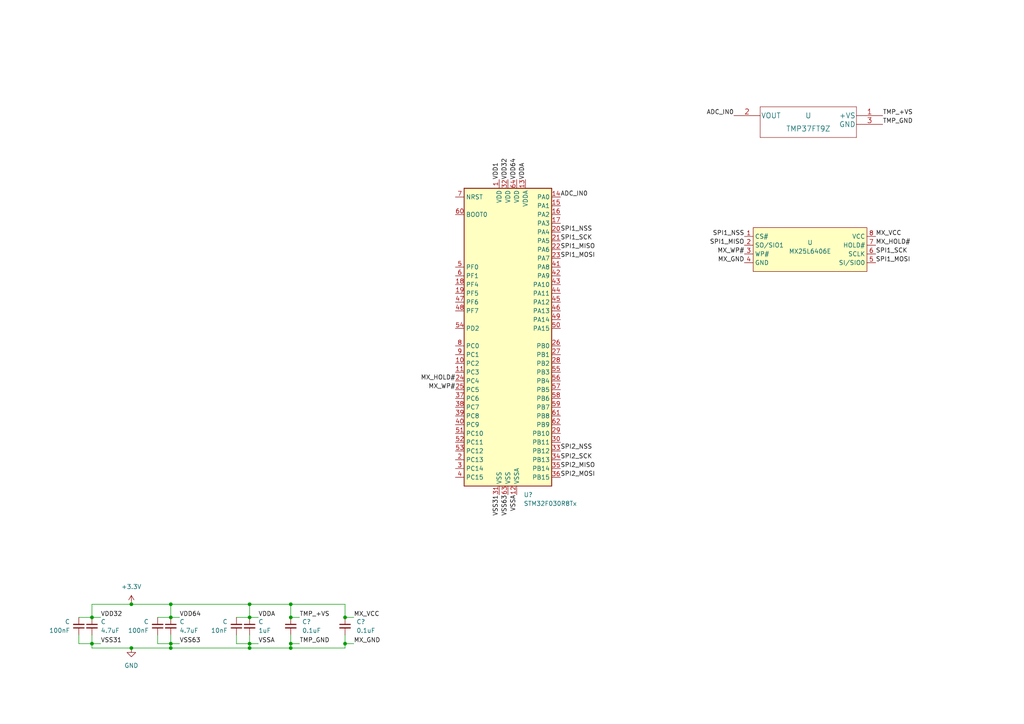
<source format=kicad_sch>
(kicad_sch (version 20211123) (generator eeschema)

  (uuid 653175d5-f3b0-46f9-b24e-7ea81c293dcf)

  (paper "A4")

  (lib_symbols
    (symbol "Custom:MX25L6406E" (in_bom yes) (on_board yes)
      (property "Reference" "U" (id 0) (at 0 1.27 0)
        (effects (font (size 1.27 1.27)))
      )
      (property "Value" "MX25L6406E" (id 1) (at 0 -1.27 0)
        (effects (font (size 1.27 1.27)))
      )
      (property "Footprint" "" (id 2) (at 0 1.27 0)
        (effects (font (size 1.27 1.27)) hide)
      )
      (property "Datasheet" "" (id 3) (at 0 1.27 0)
        (effects (font (size 1.27 1.27)) hide)
      )
      (symbol "MX25L6406E_0_1"
        (rectangle (start -16.51 5.08) (end 16.51 -7.62)
          (stroke (width 0) (type default) (color 0 0 0 0))
          (fill (type background))
        )
      )
      (symbol "MX25L6406E_1_1"
        (pin input line (at -19.05 2.54 0) (length 2.54)
          (name "CS#" (effects (font (size 1.27 1.27))))
          (number "1" (effects (font (size 1.27 1.27))))
        )
        (pin input line (at -19.05 0 0) (length 2.54)
          (name "SO/SIO1" (effects (font (size 1.27 1.27))))
          (number "2" (effects (font (size 1.27 1.27))))
        )
        (pin input line (at -19.05 -2.54 0) (length 2.54)
          (name "WP#" (effects (font (size 1.27 1.27))))
          (number "3" (effects (font (size 1.27 1.27))))
        )
        (pin input line (at -19.05 -5.08 0) (length 2.54)
          (name "GND" (effects (font (size 1.27 1.27))))
          (number "4" (effects (font (size 1.27 1.27))))
        )
        (pin input line (at 19.05 -5.08 180) (length 2.54)
          (name "SI/SIO0" (effects (font (size 1.27 1.27))))
          (number "5" (effects (font (size 1.27 1.27))))
        )
        (pin input line (at 19.05 -2.54 180) (length 2.54)
          (name "SCLK" (effects (font (size 1.27 1.27))))
          (number "6" (effects (font (size 1.27 1.27))))
        )
        (pin input line (at 19.05 0 180) (length 2.54)
          (name "HOLD#" (effects (font (size 1.27 1.27))))
          (number "7" (effects (font (size 1.27 1.27))))
        )
        (pin input line (at 19.05 2.54 180) (length 2.54)
          (name "VCC" (effects (font (size 1.27 1.27))))
          (number "8" (effects (font (size 1.27 1.27))))
        )
      )
    )
    (symbol "Device:C_Small" (pin_numbers hide) (pin_names (offset 0.254) hide) (in_bom yes) (on_board yes)
      (property "Reference" "C" (id 0) (at 0.254 1.778 0)
        (effects (font (size 1.27 1.27)) (justify left))
      )
      (property "Value" "C_Small" (id 1) (at 0.254 -2.032 0)
        (effects (font (size 1.27 1.27)) (justify left))
      )
      (property "Footprint" "" (id 2) (at 0 0 0)
        (effects (font (size 1.27 1.27)) hide)
      )
      (property "Datasheet" "~" (id 3) (at 0 0 0)
        (effects (font (size 1.27 1.27)) hide)
      )
      (property "ki_keywords" "capacitor cap" (id 4) (at 0 0 0)
        (effects (font (size 1.27 1.27)) hide)
      )
      (property "ki_description" "Unpolarized capacitor, small symbol" (id 5) (at 0 0 0)
        (effects (font (size 1.27 1.27)) hide)
      )
      (property "ki_fp_filters" "C_*" (id 6) (at 0 0 0)
        (effects (font (size 1.27 1.27)) hide)
      )
      (symbol "C_Small_0_1"
        (polyline
          (pts
            (xy -1.524 -0.508)
            (xy 1.524 -0.508)
          )
          (stroke (width 0.3302) (type default) (color 0 0 0 0))
          (fill (type none))
        )
        (polyline
          (pts
            (xy -1.524 0.508)
            (xy 1.524 0.508)
          )
          (stroke (width 0.3048) (type default) (color 0 0 0 0))
          (fill (type none))
        )
      )
      (symbol "C_Small_1_1"
        (pin passive line (at 0 2.54 270) (length 2.032)
          (name "~" (effects (font (size 1.27 1.27))))
          (number "1" (effects (font (size 1.27 1.27))))
        )
        (pin passive line (at 0 -2.54 90) (length 2.032)
          (name "~" (effects (font (size 1.27 1.27))))
          (number "2" (effects (font (size 1.27 1.27))))
        )
      )
    )
    (symbol "MCU_ST_STM32F0:STM32F030R8Tx" (in_bom yes) (on_board yes)
      (property "Reference" "U" (id 0) (at -12.7 44.45 0)
        (effects (font (size 1.27 1.27)) (justify left))
      )
      (property "Value" "STM32F030R8Tx" (id 1) (at 7.62 44.45 0)
        (effects (font (size 1.27 1.27)) (justify left))
      )
      (property "Footprint" "Package_QFP:LQFP-64_10x10mm_P0.5mm" (id 2) (at -12.7 -43.18 0)
        (effects (font (size 1.27 1.27)) (justify right) hide)
      )
      (property "Datasheet" "http://www.st.com/st-web-ui/static/active/en/resource/technical/document/datasheet/DM00088500.pdf" (id 3) (at 0 0 0)
        (effects (font (size 1.27 1.27)) hide)
      )
      (property "ki_keywords" "ARM Cortex-M0 STM32F0 STM32F0x0 Value Line" (id 4) (at 0 0 0)
        (effects (font (size 1.27 1.27)) hide)
      )
      (property "ki_description" "ARM Cortex-M0 MCU, 64KB flash, 8KB RAM, 48MHz, 2.4-3.6V, 55 GPIO, LQFP-64" (id 5) (at 0 0 0)
        (effects (font (size 1.27 1.27)) hide)
      )
      (property "ki_fp_filters" "LQFP*10x10mm*P0.5mm*" (id 6) (at 0 0 0)
        (effects (font (size 1.27 1.27)) hide)
      )
      (symbol "STM32F030R8Tx_0_1"
        (rectangle (start -12.7 -43.18) (end 12.7 43.18)
          (stroke (width 0.254) (type default) (color 0 0 0 0))
          (fill (type background))
        )
      )
      (symbol "STM32F030R8Tx_1_1"
        (pin power_in line (at -2.54 45.72 270) (length 2.54)
          (name "VDD" (effects (font (size 1.27 1.27))))
          (number "1" (effects (font (size 1.27 1.27))))
        )
        (pin bidirectional line (at -15.24 -7.62 0) (length 2.54)
          (name "PC2" (effects (font (size 1.27 1.27))))
          (number "10" (effects (font (size 1.27 1.27))))
        )
        (pin bidirectional line (at -15.24 -10.16 0) (length 2.54)
          (name "PC3" (effects (font (size 1.27 1.27))))
          (number "11" (effects (font (size 1.27 1.27))))
        )
        (pin power_in line (at 2.54 -45.72 90) (length 2.54)
          (name "VSSA" (effects (font (size 1.27 1.27))))
          (number "12" (effects (font (size 1.27 1.27))))
        )
        (pin power_in line (at 5.08 45.72 270) (length 2.54)
          (name "VDDA" (effects (font (size 1.27 1.27))))
          (number "13" (effects (font (size 1.27 1.27))))
        )
        (pin bidirectional line (at 15.24 40.64 180) (length 2.54)
          (name "PA0" (effects (font (size 1.27 1.27))))
          (number "14" (effects (font (size 1.27 1.27))))
        )
        (pin bidirectional line (at 15.24 38.1 180) (length 2.54)
          (name "PA1" (effects (font (size 1.27 1.27))))
          (number "15" (effects (font (size 1.27 1.27))))
        )
        (pin bidirectional line (at 15.24 35.56 180) (length 2.54)
          (name "PA2" (effects (font (size 1.27 1.27))))
          (number "16" (effects (font (size 1.27 1.27))))
        )
        (pin bidirectional line (at 15.24 33.02 180) (length 2.54)
          (name "PA3" (effects (font (size 1.27 1.27))))
          (number "17" (effects (font (size 1.27 1.27))))
        )
        (pin bidirectional line (at -15.24 15.24 0) (length 2.54)
          (name "PF4" (effects (font (size 1.27 1.27))))
          (number "18" (effects (font (size 1.27 1.27))))
        )
        (pin bidirectional line (at -15.24 12.7 0) (length 2.54)
          (name "PF5" (effects (font (size 1.27 1.27))))
          (number "19" (effects (font (size 1.27 1.27))))
        )
        (pin bidirectional line (at -15.24 -35.56 0) (length 2.54)
          (name "PC13" (effects (font (size 1.27 1.27))))
          (number "2" (effects (font (size 1.27 1.27))))
        )
        (pin bidirectional line (at 15.24 30.48 180) (length 2.54)
          (name "PA4" (effects (font (size 1.27 1.27))))
          (number "20" (effects (font (size 1.27 1.27))))
        )
        (pin bidirectional line (at 15.24 27.94 180) (length 2.54)
          (name "PA5" (effects (font (size 1.27 1.27))))
          (number "21" (effects (font (size 1.27 1.27))))
        )
        (pin bidirectional line (at 15.24 25.4 180) (length 2.54)
          (name "PA6" (effects (font (size 1.27 1.27))))
          (number "22" (effects (font (size 1.27 1.27))))
        )
        (pin bidirectional line (at 15.24 22.86 180) (length 2.54)
          (name "PA7" (effects (font (size 1.27 1.27))))
          (number "23" (effects (font (size 1.27 1.27))))
        )
        (pin bidirectional line (at -15.24 -12.7 0) (length 2.54)
          (name "PC4" (effects (font (size 1.27 1.27))))
          (number "24" (effects (font (size 1.27 1.27))))
        )
        (pin bidirectional line (at -15.24 -15.24 0) (length 2.54)
          (name "PC5" (effects (font (size 1.27 1.27))))
          (number "25" (effects (font (size 1.27 1.27))))
        )
        (pin bidirectional line (at 15.24 -2.54 180) (length 2.54)
          (name "PB0" (effects (font (size 1.27 1.27))))
          (number "26" (effects (font (size 1.27 1.27))))
        )
        (pin bidirectional line (at 15.24 -5.08 180) (length 2.54)
          (name "PB1" (effects (font (size 1.27 1.27))))
          (number "27" (effects (font (size 1.27 1.27))))
        )
        (pin bidirectional line (at 15.24 -7.62 180) (length 2.54)
          (name "PB2" (effects (font (size 1.27 1.27))))
          (number "28" (effects (font (size 1.27 1.27))))
        )
        (pin bidirectional line (at 15.24 -27.94 180) (length 2.54)
          (name "PB10" (effects (font (size 1.27 1.27))))
          (number "29" (effects (font (size 1.27 1.27))))
        )
        (pin bidirectional line (at -15.24 -38.1 0) (length 2.54)
          (name "PC14" (effects (font (size 1.27 1.27))))
          (number "3" (effects (font (size 1.27 1.27))))
        )
        (pin bidirectional line (at 15.24 -30.48 180) (length 2.54)
          (name "PB11" (effects (font (size 1.27 1.27))))
          (number "30" (effects (font (size 1.27 1.27))))
        )
        (pin power_in line (at -2.54 -45.72 90) (length 2.54)
          (name "VSS" (effects (font (size 1.27 1.27))))
          (number "31" (effects (font (size 1.27 1.27))))
        )
        (pin power_in line (at 0 45.72 270) (length 2.54)
          (name "VDD" (effects (font (size 1.27 1.27))))
          (number "32" (effects (font (size 1.27 1.27))))
        )
        (pin bidirectional line (at 15.24 -33.02 180) (length 2.54)
          (name "PB12" (effects (font (size 1.27 1.27))))
          (number "33" (effects (font (size 1.27 1.27))))
        )
        (pin bidirectional line (at 15.24 -35.56 180) (length 2.54)
          (name "PB13" (effects (font (size 1.27 1.27))))
          (number "34" (effects (font (size 1.27 1.27))))
        )
        (pin bidirectional line (at 15.24 -38.1 180) (length 2.54)
          (name "PB14" (effects (font (size 1.27 1.27))))
          (number "35" (effects (font (size 1.27 1.27))))
        )
        (pin bidirectional line (at 15.24 -40.64 180) (length 2.54)
          (name "PB15" (effects (font (size 1.27 1.27))))
          (number "36" (effects (font (size 1.27 1.27))))
        )
        (pin bidirectional line (at -15.24 -17.78 0) (length 2.54)
          (name "PC6" (effects (font (size 1.27 1.27))))
          (number "37" (effects (font (size 1.27 1.27))))
        )
        (pin bidirectional line (at -15.24 -20.32 0) (length 2.54)
          (name "PC7" (effects (font (size 1.27 1.27))))
          (number "38" (effects (font (size 1.27 1.27))))
        )
        (pin bidirectional line (at -15.24 -22.86 0) (length 2.54)
          (name "PC8" (effects (font (size 1.27 1.27))))
          (number "39" (effects (font (size 1.27 1.27))))
        )
        (pin bidirectional line (at -15.24 -40.64 0) (length 2.54)
          (name "PC15" (effects (font (size 1.27 1.27))))
          (number "4" (effects (font (size 1.27 1.27))))
        )
        (pin bidirectional line (at -15.24 -25.4 0) (length 2.54)
          (name "PC9" (effects (font (size 1.27 1.27))))
          (number "40" (effects (font (size 1.27 1.27))))
        )
        (pin bidirectional line (at 15.24 20.32 180) (length 2.54)
          (name "PA8" (effects (font (size 1.27 1.27))))
          (number "41" (effects (font (size 1.27 1.27))))
        )
        (pin bidirectional line (at 15.24 17.78 180) (length 2.54)
          (name "PA9" (effects (font (size 1.27 1.27))))
          (number "42" (effects (font (size 1.27 1.27))))
        )
        (pin bidirectional line (at 15.24 15.24 180) (length 2.54)
          (name "PA10" (effects (font (size 1.27 1.27))))
          (number "43" (effects (font (size 1.27 1.27))))
        )
        (pin bidirectional line (at 15.24 12.7 180) (length 2.54)
          (name "PA11" (effects (font (size 1.27 1.27))))
          (number "44" (effects (font (size 1.27 1.27))))
        )
        (pin bidirectional line (at 15.24 10.16 180) (length 2.54)
          (name "PA12" (effects (font (size 1.27 1.27))))
          (number "45" (effects (font (size 1.27 1.27))))
        )
        (pin bidirectional line (at 15.24 7.62 180) (length 2.54)
          (name "PA13" (effects (font (size 1.27 1.27))))
          (number "46" (effects (font (size 1.27 1.27))))
        )
        (pin bidirectional line (at -15.24 10.16 0) (length 2.54)
          (name "PF6" (effects (font (size 1.27 1.27))))
          (number "47" (effects (font (size 1.27 1.27))))
        )
        (pin bidirectional line (at -15.24 7.62 0) (length 2.54)
          (name "PF7" (effects (font (size 1.27 1.27))))
          (number "48" (effects (font (size 1.27 1.27))))
        )
        (pin bidirectional line (at 15.24 5.08 180) (length 2.54)
          (name "PA14" (effects (font (size 1.27 1.27))))
          (number "49" (effects (font (size 1.27 1.27))))
        )
        (pin input line (at -15.24 20.32 0) (length 2.54)
          (name "PF0" (effects (font (size 1.27 1.27))))
          (number "5" (effects (font (size 1.27 1.27))))
        )
        (pin bidirectional line (at 15.24 2.54 180) (length 2.54)
          (name "PA15" (effects (font (size 1.27 1.27))))
          (number "50" (effects (font (size 1.27 1.27))))
        )
        (pin bidirectional line (at -15.24 -27.94 0) (length 2.54)
          (name "PC10" (effects (font (size 1.27 1.27))))
          (number "51" (effects (font (size 1.27 1.27))))
        )
        (pin bidirectional line (at -15.24 -30.48 0) (length 2.54)
          (name "PC11" (effects (font (size 1.27 1.27))))
          (number "52" (effects (font (size 1.27 1.27))))
        )
        (pin bidirectional line (at -15.24 -33.02 0) (length 2.54)
          (name "PC12" (effects (font (size 1.27 1.27))))
          (number "53" (effects (font (size 1.27 1.27))))
        )
        (pin bidirectional line (at -15.24 2.54 0) (length 2.54)
          (name "PD2" (effects (font (size 1.27 1.27))))
          (number "54" (effects (font (size 1.27 1.27))))
        )
        (pin bidirectional line (at 15.24 -10.16 180) (length 2.54)
          (name "PB3" (effects (font (size 1.27 1.27))))
          (number "55" (effects (font (size 1.27 1.27))))
        )
        (pin bidirectional line (at 15.24 -12.7 180) (length 2.54)
          (name "PB4" (effects (font (size 1.27 1.27))))
          (number "56" (effects (font (size 1.27 1.27))))
        )
        (pin bidirectional line (at 15.24 -15.24 180) (length 2.54)
          (name "PB5" (effects (font (size 1.27 1.27))))
          (number "57" (effects (font (size 1.27 1.27))))
        )
        (pin bidirectional line (at 15.24 -17.78 180) (length 2.54)
          (name "PB6" (effects (font (size 1.27 1.27))))
          (number "58" (effects (font (size 1.27 1.27))))
        )
        (pin bidirectional line (at 15.24 -20.32 180) (length 2.54)
          (name "PB7" (effects (font (size 1.27 1.27))))
          (number "59" (effects (font (size 1.27 1.27))))
        )
        (pin input line (at -15.24 17.78 0) (length 2.54)
          (name "PF1" (effects (font (size 1.27 1.27))))
          (number "6" (effects (font (size 1.27 1.27))))
        )
        (pin input line (at -15.24 35.56 0) (length 2.54)
          (name "BOOT0" (effects (font (size 1.27 1.27))))
          (number "60" (effects (font (size 1.27 1.27))))
        )
        (pin bidirectional line (at 15.24 -22.86 180) (length 2.54)
          (name "PB8" (effects (font (size 1.27 1.27))))
          (number "61" (effects (font (size 1.27 1.27))))
        )
        (pin bidirectional line (at 15.24 -25.4 180) (length 2.54)
          (name "PB9" (effects (font (size 1.27 1.27))))
          (number "62" (effects (font (size 1.27 1.27))))
        )
        (pin power_in line (at 0 -45.72 90) (length 2.54)
          (name "VSS" (effects (font (size 1.27 1.27))))
          (number "63" (effects (font (size 1.27 1.27))))
        )
        (pin power_in line (at 2.54 45.72 270) (length 2.54)
          (name "VDD" (effects (font (size 1.27 1.27))))
          (number "64" (effects (font (size 1.27 1.27))))
        )
        (pin input line (at -15.24 40.64 0) (length 2.54)
          (name "NRST" (effects (font (size 1.27 1.27))))
          (number "7" (effects (font (size 1.27 1.27))))
        )
        (pin bidirectional line (at -15.24 -2.54 0) (length 2.54)
          (name "PC0" (effects (font (size 1.27 1.27))))
          (number "8" (effects (font (size 1.27 1.27))))
        )
        (pin bidirectional line (at -15.24 -5.08 0) (length 2.54)
          (name "PC1" (effects (font (size 1.27 1.27))))
          (number "9" (effects (font (size 1.27 1.27))))
        )
      )
    )
    (symbol "TMP37FT9Z:TMP37FT9Z" (pin_names (offset 0.254)) (in_bom yes) (on_board yes)
      (property "Reference" "U" (id 0) (at 34.29 2.54 0)
        (effects (font (size 1.524 1.524)))
      )
      (property "Value" "TMP37FT9Z" (id 1) (at 34.29 -1.27 0)
        (effects (font (size 1.524 1.524)))
      )
      (property "Footprint" "T_3_ADI" (id 2) (at 34.29 6.35 0)
        (effects (font (size 1.524 1.524)) hide)
      )
      (property "Datasheet" "" (id 3) (at 55.88 2.54 0)
        (effects (font (size 1.524 1.524)))
      )
      (property "ki_locked" "" (id 4) (at 0 0 0)
        (effects (font (size 1.27 1.27)))
      )
      (property "ki_fp_filters" "T_3_ADI" (id 5) (at 0 0 0)
        (effects (font (size 1.27 1.27)) hide)
      )
      (symbol "TMP37FT9Z_1_1"
        (polyline
          (pts
            (xy 20.32 -3.81)
            (xy 48.26 -3.81)
          )
          (stroke (width 0.127) (type default) (color 0 0 0 0))
          (fill (type none))
        )
        (polyline
          (pts
            (xy 20.32 5.08)
            (xy 20.32 -3.81)
          )
          (stroke (width 0.127) (type default) (color 0 0 0 0))
          (fill (type none))
        )
        (polyline
          (pts
            (xy 48.26 -3.81)
            (xy 48.26 5.08)
          )
          (stroke (width 0.127) (type default) (color 0 0 0 0))
          (fill (type none))
        )
        (polyline
          (pts
            (xy 48.26 5.08)
            (xy 20.32 5.08)
          )
          (stroke (width 0.127) (type default) (color 0 0 0 0))
          (fill (type none))
        )
        (pin power_in line (at 55.88 2.54 180) (length 7.62)
          (name "+VS" (effects (font (size 1.4986 1.4986))))
          (number "1" (effects (font (size 1.4986 1.4986))))
        )
        (pin unspecified line (at 12.7 2.54 0) (length 7.62)
          (name "VOUT" (effects (font (size 1.4986 1.4986))))
          (number "2" (effects (font (size 1.4986 1.4986))))
        )
        (pin unspecified line (at 55.88 0 180) (length 7.62)
          (name "GND" (effects (font (size 1.4986 1.4986))))
          (number "3" (effects (font (size 1.4986 1.4986))))
        )
      )
    )
    (symbol "power:+3.3V" (power) (pin_names (offset 0)) (in_bom yes) (on_board yes)
      (property "Reference" "#PWR" (id 0) (at 0 -3.81 0)
        (effects (font (size 1.27 1.27)) hide)
      )
      (property "Value" "+3.3V" (id 1) (at 0 3.556 0)
        (effects (font (size 1.27 1.27)))
      )
      (property "Footprint" "" (id 2) (at 0 0 0)
        (effects (font (size 1.27 1.27)) hide)
      )
      (property "Datasheet" "" (id 3) (at 0 0 0)
        (effects (font (size 1.27 1.27)) hide)
      )
      (property "ki_keywords" "power-flag" (id 4) (at 0 0 0)
        (effects (font (size 1.27 1.27)) hide)
      )
      (property "ki_description" "Power symbol creates a global label with name \"+3.3V\"" (id 5) (at 0 0 0)
        (effects (font (size 1.27 1.27)) hide)
      )
      (symbol "+3.3V_0_1"
        (polyline
          (pts
            (xy -0.762 1.27)
            (xy 0 2.54)
          )
          (stroke (width 0) (type default) (color 0 0 0 0))
          (fill (type none))
        )
        (polyline
          (pts
            (xy 0 0)
            (xy 0 2.54)
          )
          (stroke (width 0) (type default) (color 0 0 0 0))
          (fill (type none))
        )
        (polyline
          (pts
            (xy 0 2.54)
            (xy 0.762 1.27)
          )
          (stroke (width 0) (type default) (color 0 0 0 0))
          (fill (type none))
        )
      )
      (symbol "+3.3V_1_1"
        (pin power_in line (at 0 0 90) (length 0) hide
          (name "+3.3V" (effects (font (size 1.27 1.27))))
          (number "1" (effects (font (size 1.27 1.27))))
        )
      )
    )
    (symbol "power:GND" (power) (pin_names (offset 0)) (in_bom yes) (on_board yes)
      (property "Reference" "#PWR" (id 0) (at 0 -6.35 0)
        (effects (font (size 1.27 1.27)) hide)
      )
      (property "Value" "GND" (id 1) (at 0 -3.81 0)
        (effects (font (size 1.27 1.27)))
      )
      (property "Footprint" "" (id 2) (at 0 0 0)
        (effects (font (size 1.27 1.27)) hide)
      )
      (property "Datasheet" "" (id 3) (at 0 0 0)
        (effects (font (size 1.27 1.27)) hide)
      )
      (property "ki_keywords" "power-flag" (id 4) (at 0 0 0)
        (effects (font (size 1.27 1.27)) hide)
      )
      (property "ki_description" "Power symbol creates a global label with name \"GND\" , ground" (id 5) (at 0 0 0)
        (effects (font (size 1.27 1.27)) hide)
      )
      (symbol "GND_0_1"
        (polyline
          (pts
            (xy 0 0)
            (xy 0 -1.27)
            (xy 1.27 -1.27)
            (xy 0 -2.54)
            (xy -1.27 -1.27)
            (xy 0 -1.27)
          )
          (stroke (width 0) (type default) (color 0 0 0 0))
          (fill (type none))
        )
      )
      (symbol "GND_1_1"
        (pin power_in line (at 0 0 270) (length 0) hide
          (name "GND" (effects (font (size 1.27 1.27))))
          (number "1" (effects (font (size 1.27 1.27))))
        )
      )
    )
  )

  (junction (at 49.53 186.69) (diameter 0) (color 0 0 0 0)
    (uuid 11830597-8d4f-46a3-a9a0-c2b0ca16e3c9)
  )
  (junction (at 84.328 187.96) (diameter 0) (color 0 0 0 0)
    (uuid 1cea1d6e-658e-4d42-924d-8fbea67b18d2)
  )
  (junction (at 49.53 179.07) (diameter 0) (color 0 0 0 0)
    (uuid 1ee96add-763b-43c1-91b0-2878192902f3)
  )
  (junction (at 26.67 179.07) (diameter 0) (color 0 0 0 0)
    (uuid 2c055c76-144a-4244-b1b3-9d4da2c5d319)
  )
  (junction (at 72.39 175.26) (diameter 0) (color 0 0 0 0)
    (uuid 40fd2052-44d4-480d-8fd0-fb88df69bf35)
  )
  (junction (at 49.53 175.26) (diameter 0) (color 0 0 0 0)
    (uuid 55c3672a-2fe6-485f-b982-2603e674e23c)
  )
  (junction (at 26.67 186.69) (diameter 0) (color 0 0 0 0)
    (uuid 845dc53a-19e8-426a-9b37-d4eab428cf1a)
  )
  (junction (at 72.39 187.96) (diameter 0) (color 0 0 0 0)
    (uuid 868424e7-5272-45ef-aae9-3a9481ed3af6)
  )
  (junction (at 72.39 186.69) (diameter 0) (color 0 0 0 0)
    (uuid 9ba9c372-f021-49e1-8605-23b980e81a78)
  )
  (junction (at 38.1 175.26) (diameter 0) (color 0 0 0 0)
    (uuid c2b12e3a-4560-4124-8ddd-d683aee9d57b)
  )
  (junction (at 84.328 179.07) (diameter 0) (color 0 0 0 0)
    (uuid c5e76d1e-1134-4b51-866b-5644c6bdc2a7)
  )
  (junction (at 100.076 179.07) (diameter 0) (color 0 0 0 0)
    (uuid c72c10d6-3a42-4c21-b499-1fcb3d00940d)
  )
  (junction (at 84.328 186.69) (diameter 0) (color 0 0 0 0)
    (uuid d0ac650b-5edf-40c0-ad8e-244883312f4f)
  )
  (junction (at 84.328 175.26) (diameter 0) (color 0 0 0 0)
    (uuid d232f69a-6185-442d-ac76-060a507637fb)
  )
  (junction (at 49.53 187.96) (diameter 0) (color 0 0 0 0)
    (uuid e0d2dff6-be2b-4bdc-b4f8-b51d36f10980)
  )
  (junction (at 100.076 186.69) (diameter 0) (color 0 0 0 0)
    (uuid e8b92a40-4523-43a0-99ee-770ed1b7a5a6)
  )
  (junction (at 72.39 179.07) (diameter 0) (color 0 0 0 0)
    (uuid ece91e10-9c2d-4078-ab57-f1a6ebbdefc3)
  )
  (junction (at 38.1 187.96) (diameter 0) (color 0 0 0 0)
    (uuid edbb02cd-35ce-4783-b2a9-d1b0198f6f26)
  )

  (wire (pts (xy 100.076 187.96) (xy 100.076 186.69))
    (stroke (width 0) (type default) (color 0 0 0 0))
    (uuid 0e451899-9b3c-4863-b662-4d71485ec8fb)
  )
  (wire (pts (xy 74.93 186.69) (xy 72.39 186.69))
    (stroke (width 0) (type default) (color 0 0 0 0))
    (uuid 10080389-50d2-483f-9d31-53cca2ff2253)
  )
  (wire (pts (xy 29.21 186.69) (xy 26.67 186.69))
    (stroke (width 0) (type default) (color 0 0 0 0))
    (uuid 10199e4a-0989-480b-8779-b1edd9a675c7)
  )
  (wire (pts (xy 84.328 187.96) (xy 84.328 186.69))
    (stroke (width 0) (type default) (color 0 0 0 0))
    (uuid 1387de3e-3d1f-4291-acff-09bb31d6dd91)
  )
  (wire (pts (xy 26.67 186.69) (xy 26.67 187.96))
    (stroke (width 0) (type default) (color 0 0 0 0))
    (uuid 1795cc28-aea7-4c0c-99e9-0a442446cd11)
  )
  (wire (pts (xy 72.39 187.96) (xy 72.39 186.69))
    (stroke (width 0) (type default) (color 0 0 0 0))
    (uuid 19789f40-cbb6-4acc-8630-4eb135c4647b)
  )
  (wire (pts (xy 49.53 187.96) (xy 49.53 186.69))
    (stroke (width 0) (type default) (color 0 0 0 0))
    (uuid 264949e3-8ced-4662-bf4c-361574e27128)
  )
  (wire (pts (xy 74.93 179.07) (xy 72.39 179.07))
    (stroke (width 0) (type default) (color 0 0 0 0))
    (uuid 276dc203-1e49-44ef-8236-4d807ce6342f)
  )
  (wire (pts (xy 26.67 175.26) (xy 26.67 179.07))
    (stroke (width 0) (type default) (color 0 0 0 0))
    (uuid 31183088-957e-4a07-b4dd-182fdc62849c)
  )
  (wire (pts (xy 72.39 175.26) (xy 72.39 179.07))
    (stroke (width 0) (type default) (color 0 0 0 0))
    (uuid 313911b1-85b8-49c7-b6d9-711f80e04d29)
  )
  (wire (pts (xy 52.07 186.69) (xy 49.53 186.69))
    (stroke (width 0) (type default) (color 0 0 0 0))
    (uuid 384d9f25-598f-4c91-b404-b551ebfb64c6)
  )
  (wire (pts (xy 100.076 175.26) (xy 100.076 179.07))
    (stroke (width 0) (type default) (color 0 0 0 0))
    (uuid 3beb346c-6b36-4ade-a087-5d34fcec9814)
  )
  (wire (pts (xy 29.21 179.07) (xy 26.67 179.07))
    (stroke (width 0) (type default) (color 0 0 0 0))
    (uuid 4379336c-c011-4115-a5bf-ce0bd511d1a5)
  )
  (wire (pts (xy 49.53 184.15) (xy 49.53 186.69))
    (stroke (width 0) (type default) (color 0 0 0 0))
    (uuid 536bc00b-bb1f-452b-b6eb-e65df2f7cf8c)
  )
  (wire (pts (xy 45.72 179.07) (xy 49.53 179.07))
    (stroke (width 0) (type default) (color 0 0 0 0))
    (uuid 60378b24-c3d4-4dc3-8c7a-3a940528fe53)
  )
  (wire (pts (xy 49.53 175.26) (xy 49.53 179.07))
    (stroke (width 0) (type default) (color 0 0 0 0))
    (uuid 61d1c3f8-88ce-449d-9380-933d85e6619b)
  )
  (wire (pts (xy 100.076 184.15) (xy 100.076 186.69))
    (stroke (width 0) (type default) (color 0 0 0 0))
    (uuid 69a820cb-8ccd-482e-8b45-afbb3a4e7125)
  )
  (wire (pts (xy 84.328 184.15) (xy 84.328 186.69))
    (stroke (width 0) (type default) (color 0 0 0 0))
    (uuid 6c0c2dcb-82bb-4886-bb20-bff40b964929)
  )
  (wire (pts (xy 45.72 184.15) (xy 45.72 186.69))
    (stroke (width 0) (type default) (color 0 0 0 0))
    (uuid 7490a89c-b17a-49ba-8461-78a9cd38a0b2)
  )
  (wire (pts (xy 52.07 179.07) (xy 49.53 179.07))
    (stroke (width 0) (type default) (color 0 0 0 0))
    (uuid 74fd2264-7ba4-43b4-a690-173787f9ef51)
  )
  (wire (pts (xy 49.53 187.96) (xy 72.39 187.96))
    (stroke (width 0) (type default) (color 0 0 0 0))
    (uuid 7f7a174a-90b4-4af7-83b1-c6118dbb228a)
  )
  (wire (pts (xy 22.86 186.69) (xy 26.67 186.69))
    (stroke (width 0) (type default) (color 0 0 0 0))
    (uuid 89eafe74-7e00-4350-9062-f598fda1a0fe)
  )
  (wire (pts (xy 84.328 187.96) (xy 100.076 187.96))
    (stroke (width 0) (type default) (color 0 0 0 0))
    (uuid 91999f8e-919d-489a-8590-93f7e6f33bbf)
  )
  (wire (pts (xy 72.39 184.15) (xy 72.39 186.69))
    (stroke (width 0) (type default) (color 0 0 0 0))
    (uuid 9d8be01f-2960-4aca-8343-9aeb0e16fcf8)
  )
  (wire (pts (xy 72.39 175.26) (xy 84.328 175.26))
    (stroke (width 0) (type default) (color 0 0 0 0))
    (uuid a51fd9bb-e868-41a0-8bad-c66b66c78c38)
  )
  (wire (pts (xy 45.72 186.69) (xy 49.53 186.69))
    (stroke (width 0) (type default) (color 0 0 0 0))
    (uuid a9d0ede8-ff0f-46ba-8237-982347cfdcc1)
  )
  (wire (pts (xy 22.86 179.07) (xy 26.67 179.07))
    (stroke (width 0) (type default) (color 0 0 0 0))
    (uuid aeccd428-bb05-49e9-bcbd-9b3cf237f57e)
  )
  (wire (pts (xy 68.58 184.15) (xy 68.58 186.69))
    (stroke (width 0) (type default) (color 0 0 0 0))
    (uuid b0bd5bc8-d543-462d-9dfd-a7dd671ed6ab)
  )
  (wire (pts (xy 38.1 187.96) (xy 49.53 187.96))
    (stroke (width 0) (type default) (color 0 0 0 0))
    (uuid b235f5b7-57d7-4ae3-bc67-4a2a4aaab4e6)
  )
  (wire (pts (xy 68.58 186.69) (xy 72.39 186.69))
    (stroke (width 0) (type default) (color 0 0 0 0))
    (uuid b69d21df-8fb7-4199-8299-703f89394471)
  )
  (wire (pts (xy 84.328 175.26) (xy 84.328 179.07))
    (stroke (width 0) (type default) (color 0 0 0 0))
    (uuid b9617a8d-5349-4914-bcff-9f8eefcfdf73)
  )
  (wire (pts (xy 26.67 187.96) (xy 38.1 187.96))
    (stroke (width 0) (type default) (color 0 0 0 0))
    (uuid bb65b08a-eee4-4169-9c0b-e0a6f5dabdcd)
  )
  (wire (pts (xy 38.1 175.26) (xy 49.53 175.26))
    (stroke (width 0) (type default) (color 0 0 0 0))
    (uuid d753ff01-1833-4cdb-a11c-3b6bcad25bfb)
  )
  (wire (pts (xy 26.67 184.15) (xy 26.67 186.69))
    (stroke (width 0) (type default) (color 0 0 0 0))
    (uuid dd23ea39-73e6-41f7-9c1f-73d365f67bf1)
  )
  (wire (pts (xy 86.868 186.69) (xy 84.328 186.69))
    (stroke (width 0) (type default) (color 0 0 0 0))
    (uuid e09150f1-d48c-4b97-b003-982a384df401)
  )
  (wire (pts (xy 26.67 175.26) (xy 38.1 175.26))
    (stroke (width 0) (type default) (color 0 0 0 0))
    (uuid e7404f6a-b67b-4235-a664-431167a96ff1)
  )
  (wire (pts (xy 84.328 175.26) (xy 100.076 175.26))
    (stroke (width 0) (type default) (color 0 0 0 0))
    (uuid ec5b0f89-2973-4173-ae38-21db47f71083)
  )
  (wire (pts (xy 102.616 179.07) (xy 100.076 179.07))
    (stroke (width 0) (type default) (color 0 0 0 0))
    (uuid f48167aa-3215-4fbc-a29d-d5f723170147)
  )
  (wire (pts (xy 72.39 187.96) (xy 84.328 187.96))
    (stroke (width 0) (type default) (color 0 0 0 0))
    (uuid f48f3954-b8bc-4690-9b4c-1fb6794a4eeb)
  )
  (wire (pts (xy 102.616 186.69) (xy 100.076 186.69))
    (stroke (width 0) (type default) (color 0 0 0 0))
    (uuid f5c956d5-7df8-44cc-906c-fcc7ce6f7770)
  )
  (wire (pts (xy 49.53 175.26) (xy 72.39 175.26))
    (stroke (width 0) (type default) (color 0 0 0 0))
    (uuid f8de9dc4-7d11-4911-91ea-b17e196d8656)
  )
  (wire (pts (xy 22.86 184.15) (xy 22.86 186.69))
    (stroke (width 0) (type default) (color 0 0 0 0))
    (uuid fa6ebbb2-ecc6-485b-b28b-7b1c8d6a8d61)
  )
  (wire (pts (xy 86.868 179.07) (xy 84.328 179.07))
    (stroke (width 0) (type default) (color 0 0 0 0))
    (uuid fcf7d9cd-2e2c-429e-9479-d1184b70fc35)
  )
  (wire (pts (xy 68.58 179.07) (xy 72.39 179.07))
    (stroke (width 0) (type default) (color 0 0 0 0))
    (uuid fff2c642-7109-4fc9-9aa0-b0c407bcde74)
  )

  (label "MX_GND" (at 215.9 76.2 180)
    (effects (font (size 1.27 1.27)) (justify right bottom))
    (uuid 0e62526d-b335-4280-8a0c-308176c12e10)
  )
  (label "VSS31" (at 29.21 186.69 0)
    (effects (font (size 1.27 1.27)) (justify left bottom))
    (uuid 121ed6ae-22e2-4563-be0c-a93a1bff9c7e)
  )
  (label "VDD64" (at 52.07 179.07 0)
    (effects (font (size 1.27 1.27)) (justify left bottom))
    (uuid 1591298d-93f3-4a63-b1f2-b1e72aa01a64)
  )
  (label "SPI1_MOSI" (at 162.56 74.93 0)
    (effects (font (size 1.27 1.27)) (justify left bottom))
    (uuid 18af84ea-1a71-4225-a9b0-3629793924c2)
  )
  (label "VSSA" (at 149.86 143.51 270)
    (effects (font (size 1.27 1.27)) (justify right bottom))
    (uuid 21174ee5-0e83-4339-96eb-44630a698e00)
  )
  (label "VDDA" (at 152.4 52.07 90)
    (effects (font (size 1.27 1.27)) (justify left bottom))
    (uuid 227143ac-33d0-4de0-85d2-4b4a40932772)
  )
  (label "SPI1_NSS" (at 215.9 68.58 180)
    (effects (font (size 1.27 1.27)) (justify right bottom))
    (uuid 272836dc-eb07-4902-8e17-bda67456e291)
  )
  (label "TMP_+VS" (at 86.868 179.07 0)
    (effects (font (size 1.27 1.27)) (justify left bottom))
    (uuid 2b3f1440-b2a0-44b5-a724-bbbeff706394)
  )
  (label "VDD64" (at 149.86 52.07 90)
    (effects (font (size 1.27 1.27)) (justify left bottom))
    (uuid 31c8b662-69ce-42db-9813-853a6c77f6ff)
  )
  (label "VSS63" (at 52.07 186.69 0)
    (effects (font (size 1.27 1.27)) (justify left bottom))
    (uuid 3fbf1802-89bc-4c06-9d86-b38d35b30d3c)
  )
  (label "TMP_GND" (at 256.032 36.068 0)
    (effects (font (size 1.27 1.27)) (justify left bottom))
    (uuid 40f7ccf3-c8d3-47b9-b456-8bcce93ec405)
  )
  (label "MX_GND" (at 102.616 186.69 0)
    (effects (font (size 1.27 1.27)) (justify left bottom))
    (uuid 41b71da8-194a-459f-94c5-7a06803c218d)
  )
  (label "MX_HOLD#" (at 254 71.12 0)
    (effects (font (size 1.27 1.27)) (justify left bottom))
    (uuid 47db0878-66ac-4a16-96d1-c94a329b6b8c)
  )
  (label "SPI1_SCK" (at 254 73.66 0)
    (effects (font (size 1.27 1.27)) (justify left bottom))
    (uuid 51ca3045-454d-43a6-bf13-6ec4410f225f)
  )
  (label "SPI1_SCK" (at 162.56 69.85 0)
    (effects (font (size 1.27 1.27)) (justify left bottom))
    (uuid 599cdcd0-db48-4f16-8b0f-70c41f44fbf0)
  )
  (label "ADC_IN0" (at 212.852 33.528 180)
    (effects (font (size 1.27 1.27)) (justify right bottom))
    (uuid 5b2485fd-634c-48ba-a113-1f41fa639291)
  )
  (label "SPI2_MISO" (at 162.56 135.89 0)
    (effects (font (size 1.27 1.27)) (justify left bottom))
    (uuid 72738582-4bb9-41b3-848d-d4bc73c25029)
  )
  (label "SPI1_MOSI" (at 254 76.2 0)
    (effects (font (size 1.27 1.27)) (justify left bottom))
    (uuid 7a5a2f64-afcb-4c7c-ba9c-f701ab9d05c9)
  )
  (label "SPI1_MISO" (at 215.9 71.12 180)
    (effects (font (size 1.27 1.27)) (justify right bottom))
    (uuid 7bbffa69-5753-4413-a9d4-f9af3003db4b)
  )
  (label "VDD1" (at 144.78 52.07 90)
    (effects (font (size 1.27 1.27)) (justify left bottom))
    (uuid 80bfc885-8945-4392-9bd4-4ada2d4f8f2d)
  )
  (label "MX_HOLD#" (at 132.08 110.49 180)
    (effects (font (size 1.27 1.27)) (justify right bottom))
    (uuid 868c936e-fdbd-43f1-abd6-da6c95027815)
  )
  (label "VDD32" (at 147.32 52.07 90)
    (effects (font (size 1.27 1.27)) (justify left bottom))
    (uuid 9084e614-dc5e-4a73-b996-636fff7d418c)
  )
  (label "SPI2_NSS" (at 162.56 130.556 0)
    (effects (font (size 1.27 1.27)) (justify left bottom))
    (uuid 948698fe-6f68-4c0a-b95c-b477b636171f)
  )
  (label "MX_VCC" (at 102.616 179.07 0)
    (effects (font (size 1.27 1.27)) (justify left bottom))
    (uuid 97b38e67-c416-4635-9f1d-0cd068bf60e2)
  )
  (label "SPI1_MISO" (at 162.56 72.39 0)
    (effects (font (size 1.27 1.27)) (justify left bottom))
    (uuid 9d79d27e-ee34-45e8-a577-1bd3601e0e71)
  )
  (label "VDD32" (at 29.21 179.07 0)
    (effects (font (size 1.27 1.27)) (justify left bottom))
    (uuid 9dca9b53-c115-48c2-8f37-fbfc67655daf)
  )
  (label "TMP_+VS" (at 256.032 33.528 0)
    (effects (font (size 1.27 1.27)) (justify left bottom))
    (uuid a3c66706-af76-400e-b5f9-8340195c0bc6)
  )
  (label "MX_WP#" (at 132.08 113.03 180)
    (effects (font (size 1.27 1.27)) (justify right bottom))
    (uuid b00d1ac9-bbce-47f2-bf06-e123413fc8c8)
  )
  (label "MX_WP#" (at 215.9 73.66 180)
    (effects (font (size 1.27 1.27)) (justify right bottom))
    (uuid b10a0136-a36a-4917-9b5b-4075ec556864)
  )
  (label "VSS63" (at 147.32 143.51 270)
    (effects (font (size 1.27 1.27)) (justify right bottom))
    (uuid c14fddb6-6ecb-4fae-86c2-fd03b1ddd2b4)
  )
  (label "VSS31" (at 144.78 143.51 270)
    (effects (font (size 1.27 1.27)) (justify right bottom))
    (uuid c4071ff1-452b-4aa8-afc7-7b1167c06ea0)
  )
  (label "VSSA" (at 74.93 186.69 0)
    (effects (font (size 1.27 1.27)) (justify left bottom))
    (uuid cef15e5b-31ab-4a06-a691-385f9269be5c)
  )
  (label "MX_VCC" (at 254 68.58 0)
    (effects (font (size 1.27 1.27)) (justify left bottom))
    (uuid cf9fec41-d33f-4730-82dd-4ddf4ad595da)
  )
  (label "SPI2_MOSI" (at 162.56 138.43 0)
    (effects (font (size 1.27 1.27)) (justify left bottom))
    (uuid d124c817-2e4d-4748-848f-279277a85a1a)
  )
  (label "SPI1_NSS" (at 162.56 67.31 0)
    (effects (font (size 1.27 1.27)) (justify left bottom))
    (uuid d5403f23-b2de-4c4c-b522-831df8f78fa0)
  )
  (label "TMP_GND" (at 86.868 186.69 0)
    (effects (font (size 1.27 1.27)) (justify left bottom))
    (uuid e8e67d15-a174-4830-a7e3-bdcf82d3e565)
  )
  (label "VDDA" (at 74.93 179.07 0)
    (effects (font (size 1.27 1.27)) (justify left bottom))
    (uuid f1b0baf4-fd5b-4d04-921a-a6badf7c7a34)
  )
  (label "SPI2_SCK" (at 162.56 133.35 0)
    (effects (font (size 1.27 1.27)) (justify left bottom))
    (uuid f3cac7da-25d4-41f2-8bfb-0f7826688f98)
  )
  (label "ADC_IN0" (at 162.56 57.15 0)
    (effects (font (size 1.27 1.27)) (justify left bottom))
    (uuid f4400c18-4938-42ac-ac10-0458fa81c778)
  )

  (symbol (lib_id "Device:C_Small") (at 72.39 181.61 0) (unit 1)
    (in_bom yes) (on_board yes) (fields_autoplaced)
    (uuid 0bb1f23f-497e-4c71-8d2f-ecfbe0683eba)
    (property "Reference" "C" (id 0) (at 74.93 180.3462 0)
      (effects (font (size 1.27 1.27)) (justify left))
    )
    (property "Value" "1uF" (id 1) (at 74.93 182.8862 0)
      (effects (font (size 1.27 1.27)) (justify left))
    )
    (property "Footprint" "" (id 2) (at 72.39 181.61 0)
      (effects (font (size 1.27 1.27)) hide)
    )
    (property "Datasheet" "~" (id 3) (at 72.39 181.61 0)
      (effects (font (size 1.27 1.27)) hide)
    )
    (pin "1" (uuid 3d2ec5fd-176e-4908-9c35-372cde857a39))
    (pin "2" (uuid b578280b-5766-4630-8315-d74e334cec2c))
  )

  (symbol (lib_id "Device:C_Small") (at 26.67 181.61 0) (unit 1)
    (in_bom yes) (on_board yes) (fields_autoplaced)
    (uuid 1307c4f9-1924-48ae-b079-a2130ac516f1)
    (property "Reference" "C" (id 0) (at 29.21 180.3462 0)
      (effects (font (size 1.27 1.27)) (justify left))
    )
    (property "Value" "4.7uF" (id 1) (at 29.21 182.8862 0)
      (effects (font (size 1.27 1.27)) (justify left))
    )
    (property "Footprint" "" (id 2) (at 26.67 181.61 0)
      (effects (font (size 1.27 1.27)) hide)
    )
    (property "Datasheet" "~" (id 3) (at 26.67 181.61 0)
      (effects (font (size 1.27 1.27)) hide)
    )
    (pin "1" (uuid d3b0c15d-40e2-4dcf-8092-b4d3b3754ee3))
    (pin "2" (uuid 7693efc1-26c0-4dbe-8591-590ffe4b9bd1))
  )

  (symbol (lib_id "Device:C_Small") (at 68.58 181.61 0) (mirror x) (unit 1)
    (in_bom yes) (on_board yes) (fields_autoplaced)
    (uuid 1fd9fdc1-744e-423d-8392-b4c57aa7ae54)
    (property "Reference" "C" (id 0) (at 66.04 180.3335 0)
      (effects (font (size 1.27 1.27)) (justify right))
    )
    (property "Value" "10nF" (id 1) (at 66.04 182.8735 0)
      (effects (font (size 1.27 1.27)) (justify right))
    )
    (property "Footprint" "" (id 2) (at 68.58 181.61 0)
      (effects (font (size 1.27 1.27)) hide)
    )
    (property "Datasheet" "~" (id 3) (at 68.58 181.61 0)
      (effects (font (size 1.27 1.27)) hide)
    )
    (pin "1" (uuid adba06c0-4805-4570-9b3f-d0d90fd28d24))
    (pin "2" (uuid 9ad90d42-53dd-4160-b485-b47b51d862a9))
  )

  (symbol (lib_id "Device:C_Small") (at 45.72 181.61 0) (mirror x) (unit 1)
    (in_bom yes) (on_board yes) (fields_autoplaced)
    (uuid 25317eff-5d63-4d52-802c-8f6efd9bbaf8)
    (property "Reference" "C" (id 0) (at 43.18 180.3335 0)
      (effects (font (size 1.27 1.27)) (justify right))
    )
    (property "Value" "100nF" (id 1) (at 43.18 182.8735 0)
      (effects (font (size 1.27 1.27)) (justify right))
    )
    (property "Footprint" "" (id 2) (at 45.72 181.61 0)
      (effects (font (size 1.27 1.27)) hide)
    )
    (property "Datasheet" "~" (id 3) (at 45.72 181.61 0)
      (effects (font (size 1.27 1.27)) hide)
    )
    (pin "1" (uuid c75f6948-ddf9-499d-9adf-9d724367b5d5))
    (pin "2" (uuid 13d38667-cd5b-4533-804f-2ea0501c9741))
  )

  (symbol (lib_id "Device:C_Small") (at 22.86 181.61 0) (mirror x) (unit 1)
    (in_bom yes) (on_board yes) (fields_autoplaced)
    (uuid 2d32cdfe-1dae-4dfa-a103-0b1fcefe1441)
    (property "Reference" "C" (id 0) (at 20.32 180.3335 0)
      (effects (font (size 1.27 1.27)) (justify right))
    )
    (property "Value" "100nF" (id 1) (at 20.32 182.8735 0)
      (effects (font (size 1.27 1.27)) (justify right))
    )
    (property "Footprint" "" (id 2) (at 22.86 181.61 0)
      (effects (font (size 1.27 1.27)) hide)
    )
    (property "Datasheet" "~" (id 3) (at 22.86 181.61 0)
      (effects (font (size 1.27 1.27)) hide)
    )
    (pin "1" (uuid 3755d9ad-d582-45b4-a645-b8eb6dd50c3f))
    (pin "2" (uuid a22007b7-9870-42e7-ae02-4fbebf12ced1))
  )

  (symbol (lib_id "Device:C_Small") (at 84.328 181.61 0) (unit 1)
    (in_bom yes) (on_board yes) (fields_autoplaced)
    (uuid 8ca695c2-30ff-410b-b868-87d609374b4a)
    (property "Reference" "C?" (id 0) (at 87.63 180.3462 0)
      (effects (font (size 1.27 1.27)) (justify left))
    )
    (property "Value" "0.1uF" (id 1) (at 87.63 182.8862 0)
      (effects (font (size 1.27 1.27)) (justify left))
    )
    (property "Footprint" "" (id 2) (at 84.328 181.61 0)
      (effects (font (size 1.27 1.27)) hide)
    )
    (property "Datasheet" "~" (id 3) (at 84.328 181.61 0)
      (effects (font (size 1.27 1.27)) hide)
    )
    (pin "1" (uuid 787d8d98-12d6-4a26-9876-822c3f6fe3db))
    (pin "2" (uuid 03dab40d-71d5-478f-b581-9eec7d28ad43))
  )

  (symbol (lib_id "power:+3.3V") (at 38.1 175.26 0) (unit 1)
    (in_bom yes) (on_board yes) (fields_autoplaced)
    (uuid 9385e71f-3656-442d-a317-b6be29f9ec07)
    (property "Reference" "#PWR?" (id 0) (at 38.1 179.07 0)
      (effects (font (size 1.27 1.27)) hide)
    )
    (property "Value" "+3.3V" (id 1) (at 38.1 170.18 0))
    (property "Footprint" "" (id 2) (at 38.1 175.26 0)
      (effects (font (size 1.27 1.27)) hide)
    )
    (property "Datasheet" "" (id 3) (at 38.1 175.26 0)
      (effects (font (size 1.27 1.27)) hide)
    )
    (pin "1" (uuid 1d7a3c59-a2f0-4d23-99b7-221ee890e522))
  )

  (symbol (lib_id "power:GND") (at 38.1 187.96 0) (unit 1)
    (in_bom yes) (on_board yes) (fields_autoplaced)
    (uuid ca17ea1c-13ce-4e4a-81b4-01b3738a88cc)
    (property "Reference" "#PWR?" (id 0) (at 38.1 194.31 0)
      (effects (font (size 1.27 1.27)) hide)
    )
    (property "Value" "GND" (id 1) (at 38.1 193.04 0))
    (property "Footprint" "" (id 2) (at 38.1 187.96 0)
      (effects (font (size 1.27 1.27)) hide)
    )
    (property "Datasheet" "" (id 3) (at 38.1 187.96 0)
      (effects (font (size 1.27 1.27)) hide)
    )
    (pin "1" (uuid 3be24395-18f9-4896-986b-a1a221974fd9))
  )

  (symbol (lib_id "Custom:MX25L6406E") (at 234.95 71.12 0) (unit 1)
    (in_bom yes) (on_board yes)
    (uuid ec8b09ca-6420-470b-a21a-f5741860ec5a)
    (property "Reference" "U" (id 0) (at 234.95 70.358 0))
    (property "Value" "MX25L6406E" (id 1) (at 234.95 72.898 0))
    (property "Footprint" "" (id 2) (at 234.95 69.85 0)
      (effects (font (size 1.27 1.27)) hide)
    )
    (property "Datasheet" "" (id 3) (at 234.95 69.85 0)
      (effects (font (size 1.27 1.27)) hide)
    )
    (pin "1" (uuid 8ef6551e-76b3-4807-85e0-0294e77f338a))
    (pin "2" (uuid 43fe8a9a-c281-49f4-a690-1bce85dafcaa))
    (pin "3" (uuid b5aabe0a-e64f-4bd1-bc92-231813be6cca))
    (pin "4" (uuid f4cfe7fd-93a1-45cb-8f18-7fab7dcb90f0))
    (pin "5" (uuid 85d3a016-07df-423a-bcf3-d03cfa9a470c))
    (pin "6" (uuid 917bf860-6a89-48ea-abb9-8e935659d54d))
    (pin "7" (uuid d90a3196-849b-49c1-9535-1d7cfce0ab9d))
    (pin "8" (uuid 4ecc9f0c-6565-4b14-90cf-0f2e0bb4ebfc))
  )

  (symbol (lib_id "MCU_ST_STM32F0:STM32F030R8Tx") (at 147.32 97.79 0) (unit 1)
    (in_bom yes) (on_board yes) (fields_autoplaced)
    (uuid eebb9bf5-3267-4572-a03f-618ccd24ce65)
    (property "Reference" "U?" (id 0) (at 151.8794 143.51 0)
      (effects (font (size 1.27 1.27)) (justify left))
    )
    (property "Value" "STM32F030R8Tx" (id 1) (at 151.8794 146.05 0)
      (effects (font (size 1.27 1.27)) (justify left))
    )
    (property "Footprint" "Package_QFP:LQFP-64_10x10mm_P0.5mm" (id 2) (at 134.62 140.97 0)
      (effects (font (size 1.27 1.27)) (justify right) hide)
    )
    (property "Datasheet" "http://www.st.com/st-web-ui/static/active/en/resource/technical/document/datasheet/DM00088500.pdf" (id 3) (at 147.32 97.79 0)
      (effects (font (size 1.27 1.27)) hide)
    )
    (pin "1" (uuid 086d417b-be87-43c2-bddb-58674367c947))
    (pin "10" (uuid 18e76693-30c0-456b-8680-1bb2df88c041))
    (pin "11" (uuid 742e982b-1887-4bc9-bebc-bc84a66bc647))
    (pin "12" (uuid ddd18133-6e4d-48f6-9cf5-9fb75025dcea))
    (pin "13" (uuid 42879bc0-7ad0-4d1e-95c6-cbf139138988))
    (pin "14" (uuid b05f74b3-44c4-47b4-bab6-c1b5c91eb3fc))
    (pin "15" (uuid d1be603e-86c4-424e-bb64-21d94108f38d))
    (pin "16" (uuid 69bb30c9-4cb2-4f53-9627-45b8adc1ad56))
    (pin "17" (uuid b609e20e-d13f-48f6-902d-949ca90f479f))
    (pin "18" (uuid 3cbcef4b-a75d-48aa-bb45-3df4600453d2))
    (pin "19" (uuid 9169c759-5ab6-44fe-9a99-ae2cbd9fa52a))
    (pin "2" (uuid 364824b1-6e95-4b9e-9dfd-8a60cf5e7184))
    (pin "20" (uuid 1036e725-83e2-4e46-b791-de85a0cf31b3))
    (pin "21" (uuid 889a4bb6-4401-4239-83d6-24e87d36a056))
    (pin "22" (uuid 79dc48a5-6fff-4791-ab4d-59b1ea708e1c))
    (pin "23" (uuid c741cf1b-512c-41c6-a968-308d8c772d8b))
    (pin "24" (uuid eb68e4ad-39f7-4271-aa64-ac13c955c101))
    (pin "25" (uuid 69aa89ba-c8d5-461e-8e05-14da0cbd8bc0))
    (pin "26" (uuid ecde17fb-9013-4c4b-bb40-ee81b19345e0))
    (pin "27" (uuid 06ac1e1b-e965-40c3-9616-da4c27294138))
    (pin "28" (uuid 5269072a-41c0-48c1-a191-96e7cb7dcd2c))
    (pin "29" (uuid c61ea51e-8dc5-498c-850d-5fdd655b19e3))
    (pin "3" (uuid 03db1f2f-ae03-4f20-bfcf-3ca939c8916b))
    (pin "30" (uuid 979ac4fc-18e4-4d76-a859-07296852a1fd))
    (pin "31" (uuid 8fbb61a1-c123-46d4-8738-5ffa0c7d7603))
    (pin "32" (uuid 66efc2af-97b3-45ee-9ff3-74a2405ea39d))
    (pin "33" (uuid 2313db5a-4d71-4dd6-80eb-e985600df7a9))
    (pin "34" (uuid 779bcb79-f316-41af-828e-1f9c639848f3))
    (pin "35" (uuid 53b0bd79-c150-4121-9571-b07873e7a36d))
    (pin "36" (uuid 1fe47d6a-505e-4314-9d12-e5c177cc98a3))
    (pin "37" (uuid dbd69b4c-a773-425c-b69f-a76d402cd07f))
    (pin "38" (uuid 4f547ed8-a3e8-4161-9a67-53ef0cfbf05b))
    (pin "39" (uuid 80d95965-164c-4898-89bd-f60c947868fb))
    (pin "4" (uuid 0fde639a-947b-497a-8a79-0926befe0db4))
    (pin "40" (uuid db28f6b3-996c-4dfd-8b66-acd605453b0d))
    (pin "41" (uuid 8b7fdb92-17a1-4126-9727-a067e86d9ac7))
    (pin "42" (uuid 50af89fd-b97d-41ee-8301-d797e601b89b))
    (pin "43" (uuid 07545118-acbf-4d3b-8ea0-fb071f10b368))
    (pin "44" (uuid 50969237-a8ce-4b4a-9fdd-03279fc9eea1))
    (pin "45" (uuid 5fe13e1b-2b06-4660-bdbc-5fb34c96a307))
    (pin "46" (uuid 0ec577c7-3164-4e51-9544-8b9fc91d794f))
    (pin "47" (uuid ac7825bb-6e17-420a-83c7-713c455b2f00))
    (pin "48" (uuid d68abddf-e3ad-4715-80f4-5c20a9df36e1))
    (pin "49" (uuid bfb558b4-712e-4586-8ac7-eacf07fa4b13))
    (pin "5" (uuid fe586a10-d710-401f-8bfa-6754edb81536))
    (pin "50" (uuid 53465acf-b0cb-448e-a630-129aee0e2869))
    (pin "51" (uuid b7acb389-b7cc-4267-b8dc-791590031841))
    (pin "52" (uuid d932ae51-6255-4b3c-8dbf-719dd0c0e9ea))
    (pin "53" (uuid b36c9521-d606-41a0-8555-c6683ebf28b5))
    (pin "54" (uuid 05b4df4b-9fd8-45a4-b1ca-1c83e74d7da5))
    (pin "55" (uuid 6b863157-564d-4804-b5e6-38d272c87445))
    (pin "56" (uuid c4fa9904-d612-48ac-a78b-79fcb5b6e8d1))
    (pin "57" (uuid 201b70c6-8b3b-464d-8960-4b5393361686))
    (pin "58" (uuid 211d16a3-f683-45de-be66-fa86d6b7b352))
    (pin "59" (uuid 57ee9562-b185-49d9-b3e4-42f38a6b1904))
    (pin "6" (uuid 1fe0ea0b-3cbd-4b09-8588-c315af120160))
    (pin "60" (uuid a8cc3c45-596e-4859-b67f-2b3c96a94fdb))
    (pin "61" (uuid 6d713727-bf33-4492-a22b-c58e2222e558))
    (pin "62" (uuid 0645e57f-e3db-4399-92c2-fa4903790275))
    (pin "63" (uuid d014b1ff-2762-498f-9f52-f9ba612bf406))
    (pin "64" (uuid 706b05aa-181a-4cf9-9254-7fb001e87913))
    (pin "7" (uuid 2aa55e8d-03e3-42fb-b6bb-4f42f064c10f))
    (pin "8" (uuid f85631d7-48b8-4f0c-9c4d-f81bb57b22ce))
    (pin "9" (uuid 0ae59093-be91-4c6d-b221-d883484a0142))
  )

  (symbol (lib_id "TMP37FT9Z:TMP37FT9Z") (at 200.152 36.068 0) (unit 1)
    (in_bom yes) (on_board yes)
    (uuid f7f69282-c149-46b1-a3ef-31891e068fae)
    (property "Reference" "U" (id 0) (at 234.442 33.528 0)
      (effects (font (size 1.524 1.524)))
    )
    (property "Value" "TMP37FT9Z" (id 1) (at 234.442 37.338 0)
      (effects (font (size 1.524 1.524)))
    )
    (property "Footprint" "T_3_ADI" (id 2) (at 234.442 29.718 0)
      (effects (font (size 1.524 1.524)) hide)
    )
    (property "Datasheet" "" (id 3) (at 256.032 33.528 0)
      (effects (font (size 1.524 1.524)))
    )
    (pin "1" (uuid 1bc9e7cd-89a9-44e2-8ac5-a3a452d5c2e4))
    (pin "2" (uuid 55504f54-1d54-44e0-b2c8-726537b32a12))
    (pin "3" (uuid c38f7a2d-5811-4be1-aecd-1ceede5abaf0))
  )

  (symbol (lib_id "Device:C_Small") (at 49.53 181.61 0) (unit 1)
    (in_bom yes) (on_board yes) (fields_autoplaced)
    (uuid f971f6df-bc54-4669-93e5-079e237cd177)
    (property "Reference" "C" (id 0) (at 52.07 180.3462 0)
      (effects (font (size 1.27 1.27)) (justify left))
    )
    (property "Value" "4.7uF" (id 1) (at 52.07 182.8862 0)
      (effects (font (size 1.27 1.27)) (justify left))
    )
    (property "Footprint" "" (id 2) (at 49.53 181.61 0)
      (effects (font (size 1.27 1.27)) hide)
    )
    (property "Datasheet" "~" (id 3) (at 49.53 181.61 0)
      (effects (font (size 1.27 1.27)) hide)
    )
    (pin "1" (uuid 00f90b67-c966-4168-817c-4aa9fd886c7e))
    (pin "2" (uuid fe9bfa5e-cee1-402d-a8e8-acb5a66fae39))
  )

  (symbol (lib_id "Device:C_Small") (at 100.076 181.61 0) (unit 1)
    (in_bom yes) (on_board yes) (fields_autoplaced)
    (uuid fcca7cc6-dcc5-4272-9dab-2464e1f7d123)
    (property "Reference" "C?" (id 0) (at 103.378 180.3462 0)
      (effects (font (size 1.27 1.27)) (justify left))
    )
    (property "Value" "0.1uF" (id 1) (at 103.378 182.8862 0)
      (effects (font (size 1.27 1.27)) (justify left))
    )
    (property "Footprint" "" (id 2) (at 100.076 181.61 0)
      (effects (font (size 1.27 1.27)) hide)
    )
    (property "Datasheet" "~" (id 3) (at 100.076 181.61 0)
      (effects (font (size 1.27 1.27)) hide)
    )
    (pin "1" (uuid 6ad3829f-f1d0-401a-9c90-22c0547a246b))
    (pin "2" (uuid 8e8d0e24-813d-4f84-88af-2ac9d6a6c9c4))
  )

  (sheet_instances
    (path "/" (page "1"))
  )

  (symbol_instances
    (path "/9385e71f-3656-442d-a317-b6be29f9ec07"
      (reference "#PWR?") (unit 1) (value "+3.3V") (footprint "")
    )
    (path "/ca17ea1c-13ce-4e4a-81b4-01b3738a88cc"
      (reference "#PWR?") (unit 1) (value "GND") (footprint "")
    )
    (path "/0bb1f23f-497e-4c71-8d2f-ecfbe0683eba"
      (reference "C") (unit 1) (value "1uF") (footprint "")
    )
    (path "/1307c4f9-1924-48ae-b079-a2130ac516f1"
      (reference "C") (unit 1) (value "4.7uF") (footprint "")
    )
    (path "/1fd9fdc1-744e-423d-8392-b4c57aa7ae54"
      (reference "C") (unit 1) (value "10nF") (footprint "")
    )
    (path "/25317eff-5d63-4d52-802c-8f6efd9bbaf8"
      (reference "C") (unit 1) (value "100nF") (footprint "")
    )
    (path "/2d32cdfe-1dae-4dfa-a103-0b1fcefe1441"
      (reference "C") (unit 1) (value "100nF") (footprint "")
    )
    (path "/f971f6df-bc54-4669-93e5-079e237cd177"
      (reference "C") (unit 1) (value "4.7uF") (footprint "")
    )
    (path "/8ca695c2-30ff-410b-b868-87d609374b4a"
      (reference "C?") (unit 1) (value "0.1uF") (footprint "")
    )
    (path "/fcca7cc6-dcc5-4272-9dab-2464e1f7d123"
      (reference "C?") (unit 1) (value "0.1uF") (footprint "")
    )
    (path "/ec8b09ca-6420-470b-a21a-f5741860ec5a"
      (reference "U") (unit 1) (value "MX25L6406E") (footprint "")
    )
    (path "/f7f69282-c149-46b1-a3ef-31891e068fae"
      (reference "U") (unit 1) (value "TMP37FT9Z") (footprint "T_3_ADI")
    )
    (path "/eebb9bf5-3267-4572-a03f-618ccd24ce65"
      (reference "U?") (unit 1) (value "STM32F030R8Tx") (footprint "Package_QFP:LQFP-64_10x10mm_P0.5mm")
    )
  )
)

</source>
